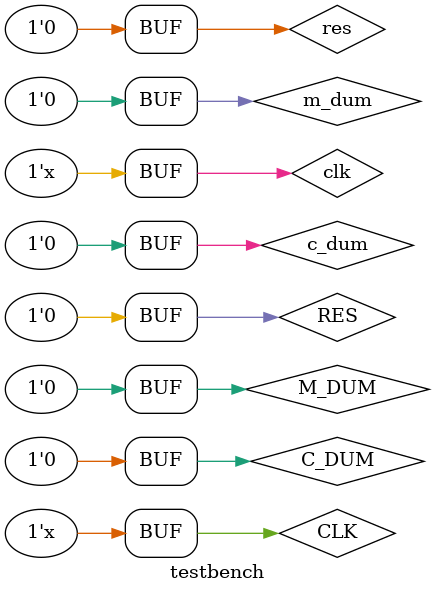
<source format=sv>
`define CACHE_WAY 2
`define CACHE_TAG_SIZE 10
`define CACHE_LINE_SIZE 16
`define CACHE_LINE_COUNT 64
`define MEM_SIZE (1 << 19)
`define CACHE_SIZE (1 << 10)
`define CACHE_SETS_COUNT 32
`define CACHE_SET_SIZE 5
`define CACHE_OFFSET_SIZE 4
`define CACHE_ADDR_SIZE 19
`define ADDR1_BUS_SIZE 15
`define ADDR2_BUS_SIZE 15
`define DATA1_BUS_SIZE 16
`define DATA2_BUS_SIZE 16
`define CTR1_BUS_SIZE 3
`define CTR2_BUS_SIZE 2
`define M 64
`define N 60
`define K 32

`include "MemCTR.sv"
`include "cache.sv"
`include "CPU.sv"

module test #(parameter _SEED = 225526);
  integer SEED = _SEED;
  byte mem[0:`MEM_SIZE-1];
  integer i = 0;
  initial begin
    for (i = 0; i < `MEM_SIZE; i += 1) begin
      mem[i] = $random(SEED)>>16;
    end
  end
endmodule

module testbench;
  int count = 0;
  reg clk = 0;
  reg c_dum = 0;
  reg m_dum = 0;
  reg res = 0;
  wire STATS;
  wire C_DUM;
  wire M_DUM;
  wire RES;
  wire CLK;
  wire[`ADDR1_BUS_SIZE-1:0] A1;
  wire[`DATA1_BUS_SIZE-1:0] D1;
  wire[`CTR1_BUS_SIZE-1:0] C1;
  wire[`ADDR2_BUS_SIZE-1:0] A2;
  wire[`DATA2_BUS_SIZE-1:0] D2;
  wire[`CTR2_BUS_SIZE-1:0] C2;
  assign CLK = clk;
  assign C_DUM = c_dum;
  assign M_DUM = m_dum;
  assign RES = res;

  CPU cpu(.A1(A1), .D1(D1), .C1(C1), .CLK(CLK), .STATS(STATS));

  cache CACHE(.A1(A1), .A2(A2), .C1(C1), .C2(C2), .D1(D1), .D2(D2), .CLK(CLK), .C_DUMP(C_DUM), .RESET(RES), .STATS(STATS));
  
  MemCTR MEM(.A2(A2), .D2(D2), .C2(C2), .CLK(CLK), .M_DUMP(M_DUM), .RESET(RES));

  always #1 clk = ~clk;

  initial begin
    res = 1;
    #1;
    res = 0;
  end
  
  always @(posedge CLK) begin
    count++;
  end
endmodule
</source>
